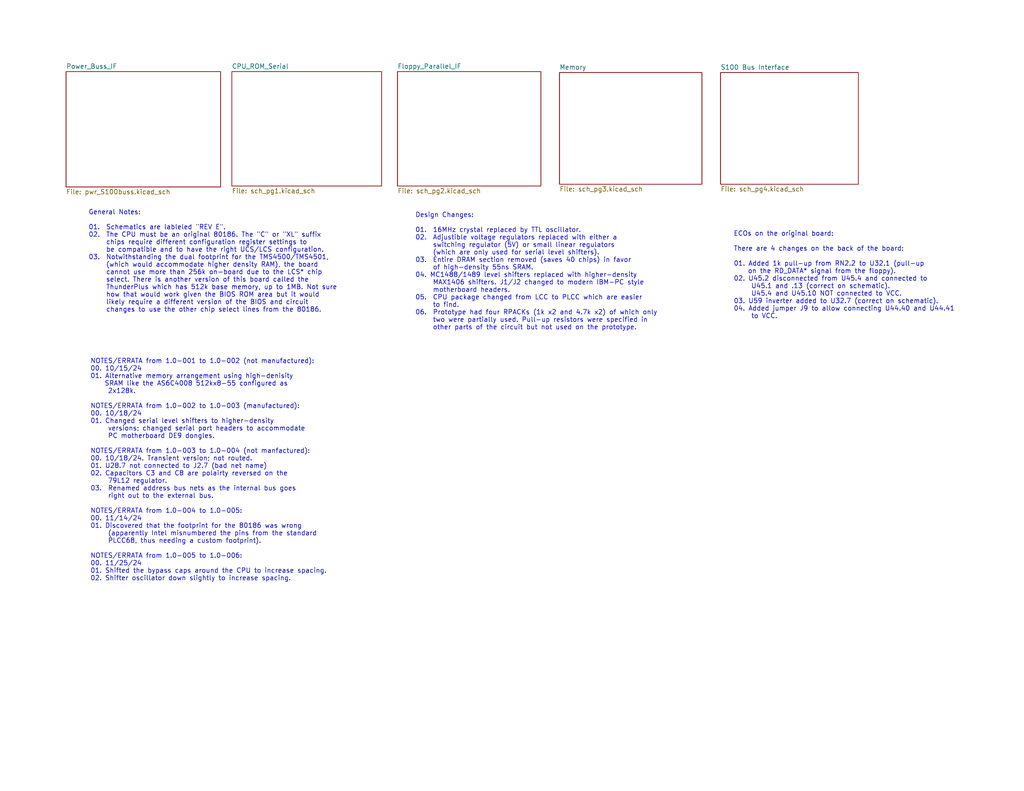
<source format=kicad_sch>
(kicad_sch
	(version 20231120)
	(generator "eeschema")
	(generator_version "8.0")
	(uuid "048cf1fc-81fe-43c0-b445-36f3c2f214da")
	(paper "USLetter")
	(title_block
		(title "Lomas Thunder 186 Rev. E")
		(date "2024-11-25")
		(rev "1.0-006")
		(company "Lomas Data Produtcs")
		(comment 1 "Redraw/modifications (c) Richard A. Cini")
		(comment 2 "Schematic page 1")
	)
	(lib_symbols)
	(text "General Notes:\n\n01.	Schematics are lableled \"REV E\".\n02.	The CPU must be an original 80186. The \"C\" or \"XL\" suffix\n	chips require different configuration register settings to\n	be compatible and to have the right UCS/LCS configuration.\n03.	Notwithstanding the dual footprint for the TMS4500/TMS4501,\n	(which would accommodate higher density RAM), the board\n	cannot use more than 256k on-board due to the LCS* chip\n	select. There is another version of this board called the\n	ThunderPlus which has 512k base memory, up to 1MB. Not sure\n	how that would work given the BIOS ROM area but it would\n	likely require a different version of the BIOS and circuit\n	changes to use the other chip select lines from the 80186.\n"
		(exclude_from_sim no)
		(at 24.13 71.374 0)
		(effects
			(font
				(size 1.27 1.27)
			)
			(justify left)
		)
		(uuid "18e998d1-1c3b-4bc2-aca5-2c132e3726cd")
	)
	(text "ECOs on the original board:\n\nThere are 4 changes on the back of the board:\n\n01. Added 1k pull-up from RN2.2 to U32.1 (pull-up\n    on the RD_DATA* signal from the floppy).\n02. U45.2 disconnected from U45.4 and connected to\n	U45.1 and .13 (correct on schematic).\n	U45.4 and U45.10 NOT connected to VCC.\n03. U59 inverter added to U32.7 (correct on schematic).\n04. Added jumper J9 to allow connecting U44.40 and U44.41\n	to VCC.\n"
		(exclude_from_sim no)
		(at 200.152 75.184 0)
		(effects
			(font
				(size 1.27 1.27)
			)
			(justify left)
		)
		(uuid "54279ec4-90f1-4846-bace-1b0109619d7b")
	)
	(text "NOTES/ERRATA from 1.0-001 to 1.0-002 (not manufactured):\n00. 10/15/24\n01. Alternative memory arrangement using high-denisity\n    SRAM like the AS6C4008 512kx8-55 configured as\n	2x128k. \n\nNOTES/ERRATA from 1.0-002 to 1.0-003 (manufactured):\n00. 10/18/24\n01. Changed serial level shifters to higher-density\n	versions; changed serial port headers to accommodate\n	PC motherboard DE9 dongles.\n\nNOTES/ERRATA from 1.0-003 to 1.0-004 (not manfactured):\n00. 10/18/24. Transient version; not routed.\n01. U28.7 not connected to J2.7 (bad net name)\n02. Capacitors C3 and C8 are polairty reversed on the\n	79L12 regulator.\n03.	Renamed address bus nets as the internal bus goes\n	right out to the external bus.\n\nNOTES/ERRATA from 1.0-004 to 1.0-005:\n00. 11/14/24\n01. Discovered that the footprint for the 80186 was wrong\n	(apparently Intel misnumbered the pins from the standard\n	PLCC68, thus needing a custom footprint).\n\nNOTES/ERRATA from 1.0-005 to 1.0-006:\n00. 11/25/24\n01. Shifted the bypass caps around the CPU to increase spacing.\n02. Shifter oscillator down slightly to increase spacing.\n"
		(exclude_from_sim no)
		(at 24.638 158.75 0)
		(effects
			(font
				(size 1.27 1.27)
			)
			(justify left bottom)
			(href "#1")
		)
		(uuid "a01a14f1-82cb-40ee-8507-e082809efec7")
	)
	(text "Design Changes:\n\n01.	16MHz crystal replaced by TTL oscillator.\n02.	Adjustible voltage regulators replaced with either a\n	switching regulator (5V) or small linear regulators\n	(which are only used for serial level shifters).\n03.	Entire DRAM section removed (saves 40 chips) in favor\n	of high-density 55ns SRAM.\n04. MC1488/1489 level shifters replaced with higher-density\n	MAX1406 shifters. J1/J2 changed to modern IBM-PC style\n	motherboard headers.\n05.	CPU package changed from LCC to PLCC which are easier\n	to find.\n06.	Prototype had four RPACKs (1k x2 and 4.7k x2) of which only\n	two were partially used. Pull-up resistors were specified in\n	other parts of the circuit but not used on the prototype.\n"
		(exclude_from_sim no)
		(at 113.284 74.168 0)
		(effects
			(font
				(size 1.27 1.27)
			)
			(justify left)
		)
		(uuid "c3d0f9db-87db-465d-84f8-40cf9820fc31")
	)
	(sheet
		(at 63.246 19.558)
		(size 40.894 31.242)
		(fields_autoplaced yes)
		(stroke
			(width 0.1524)
			(type solid)
		)
		(fill
			(color 0 0 0 0.0000)
		)
		(uuid "451062ee-6f65-419b-a7e1-4842a9f8c2af")
		(property "Sheetname" "CPU_ROM_Serial"
			(at 63.246 18.8464 0)
			(effects
				(font
					(size 1.27 1.27)
				)
				(justify left bottom)
			)
		)
		(property "Sheetfile" "sch_pg1.kicad_sch"
			(at 63.246 51.3846 0)
			(effects
				(font
					(size 1.27 1.27)
				)
				(justify left top)
			)
		)
		(instances
			(project "s100_Thunder186-1.0-006"
				(path "/048cf1fc-81fe-43c0-b445-36f3c2f214da"
					(page "3")
				)
			)
		)
	)
	(sheet
		(at 18.034 19.558)
		(size 42.164 31.496)
		(fields_autoplaced yes)
		(stroke
			(width 0.1524)
			(type solid)
		)
		(fill
			(color 0 0 0 0.0000)
		)
		(uuid "66b0afa9-59c4-46b7-b585-f7e7e5bf49b5")
		(property "Sheetname" "Power_Buss_IF"
			(at 18.034 18.8464 0)
			(effects
				(font
					(size 1.27 1.27)
				)
				(justify left bottom)
			)
		)
		(property "Sheetfile" "pwr_S100buss.kicad_sch"
			(at 18.034 51.6386 0)
			(effects
				(font
					(size 1.27 1.27)
				)
				(justify left top)
			)
		)
		(instances
			(project "s100_Thunder186-1.0-006"
				(path "/048cf1fc-81fe-43c0-b445-36f3c2f214da"
					(page "2")
				)
			)
		)
	)
	(sheet
		(at 152.654 19.812)
		(size 38.862 30.48)
		(fields_autoplaced yes)
		(stroke
			(width 0.1524)
			(type solid)
		)
		(fill
			(color 0 0 0 0.0000)
		)
		(uuid "8ab68cdf-829e-4846-8853-1f3296ecb671")
		(property "Sheetname" "Memory"
			(at 152.654 19.1004 0)
			(effects
				(font
					(size 1.27 1.27)
				)
				(justify left bottom)
			)
		)
		(property "Sheetfile" "sch_pg3.kicad_sch"
			(at 152.654 50.8766 0)
			(effects
				(font
					(size 1.27 1.27)
				)
				(justify left top)
			)
		)
		(instances
			(project "s100_Thunder186-1.0-006"
				(path "/048cf1fc-81fe-43c0-b445-36f3c2f214da"
					(page "5")
				)
			)
		)
	)
	(sheet
		(at 108.458 19.558)
		(size 39.116 31.242)
		(fields_autoplaced yes)
		(stroke
			(width 0.1524)
			(type solid)
		)
		(fill
			(color 0 0 0 0.0000)
		)
		(uuid "b15f5c38-53f7-4516-bc4f-efdb461a5759")
		(property "Sheetname" "Floppy_Parallel_IF"
			(at 108.458 18.8464 0)
			(effects
				(font
					(size 1.27 1.27)
				)
				(justify left bottom)
			)
		)
		(property "Sheetfile" "sch_pg2.kicad_sch"
			(at 108.458 51.3846 0)
			(effects
				(font
					(size 1.27 1.27)
				)
				(justify left top)
			)
		)
		(instances
			(project "s100_Thunder186-1.0-006"
				(path "/048cf1fc-81fe-43c0-b445-36f3c2f214da"
					(page "4")
				)
			)
		)
	)
	(sheet
		(at 196.596 19.812)
		(size 37.592 30.48)
		(fields_autoplaced yes)
		(stroke
			(width 0.1524)
			(type solid)
		)
		(fill
			(color 0 0 0 0.0000)
		)
		(uuid "f18f69ea-453b-4e6e-a333-4a79be0636c4")
		(property "Sheetname" "S100 Bus Interface"
			(at 196.596 19.1004 0)
			(effects
				(font
					(size 1.27 1.27)
				)
				(justify left bottom)
			)
		)
		(property "Sheetfile" "sch_pg4.kicad_sch"
			(at 196.596 50.8766 0)
			(effects
				(font
					(size 1.27 1.27)
				)
				(justify left top)
			)
		)
		(instances
			(project "s100_Thunder186-1.0-006"
				(path "/048cf1fc-81fe-43c0-b445-36f3c2f214da"
					(page "6")
				)
			)
		)
	)
	(sheet_instances
		(path "/"
			(page "1")
		)
	)
)

</source>
